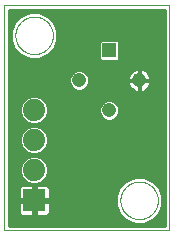
<source format=gbl>
G75*
%MOIN*%
%OFA0B0*%
%FSLAX25Y25*%
%IPPOS*%
%LPD*%
%AMOC8*
5,1,8,0,0,1.08239X$1,22.5*
%
%ADD10C,0.00000*%
%ADD11R,0.07400X0.07400*%
%ADD12C,0.07400*%
%ADD13C,0.04756*%
%ADD14R,0.04756X0.04756*%
%ADD15C,0.01000*%
D10*
X0016575Y0001500D02*
X0016575Y0076500D01*
X0071575Y0076500D01*
X0071575Y0001500D01*
X0016575Y0001500D01*
X0055325Y0011500D02*
X0055327Y0011658D01*
X0055333Y0011815D01*
X0055343Y0011973D01*
X0055357Y0012130D01*
X0055375Y0012286D01*
X0055396Y0012443D01*
X0055422Y0012598D01*
X0055452Y0012753D01*
X0055485Y0012907D01*
X0055523Y0013060D01*
X0055564Y0013213D01*
X0055609Y0013364D01*
X0055658Y0013514D01*
X0055711Y0013662D01*
X0055767Y0013810D01*
X0055828Y0013955D01*
X0055891Y0014100D01*
X0055959Y0014242D01*
X0056030Y0014383D01*
X0056104Y0014522D01*
X0056182Y0014659D01*
X0056264Y0014794D01*
X0056348Y0014927D01*
X0056437Y0015058D01*
X0056528Y0015186D01*
X0056623Y0015313D01*
X0056720Y0015436D01*
X0056821Y0015558D01*
X0056925Y0015676D01*
X0057032Y0015792D01*
X0057142Y0015905D01*
X0057254Y0016016D01*
X0057370Y0016123D01*
X0057488Y0016228D01*
X0057608Y0016330D01*
X0057731Y0016428D01*
X0057857Y0016524D01*
X0057985Y0016616D01*
X0058115Y0016705D01*
X0058247Y0016791D01*
X0058382Y0016873D01*
X0058519Y0016952D01*
X0058657Y0017027D01*
X0058797Y0017099D01*
X0058940Y0017167D01*
X0059083Y0017232D01*
X0059229Y0017293D01*
X0059376Y0017350D01*
X0059524Y0017404D01*
X0059674Y0017454D01*
X0059824Y0017500D01*
X0059976Y0017542D01*
X0060129Y0017581D01*
X0060283Y0017615D01*
X0060438Y0017646D01*
X0060593Y0017672D01*
X0060749Y0017695D01*
X0060906Y0017714D01*
X0061063Y0017729D01*
X0061220Y0017740D01*
X0061378Y0017747D01*
X0061536Y0017750D01*
X0061693Y0017749D01*
X0061851Y0017744D01*
X0062008Y0017735D01*
X0062166Y0017722D01*
X0062322Y0017705D01*
X0062479Y0017684D01*
X0062634Y0017660D01*
X0062789Y0017631D01*
X0062944Y0017598D01*
X0063097Y0017562D01*
X0063250Y0017521D01*
X0063401Y0017477D01*
X0063551Y0017429D01*
X0063700Y0017378D01*
X0063848Y0017322D01*
X0063994Y0017263D01*
X0064139Y0017200D01*
X0064282Y0017133D01*
X0064423Y0017063D01*
X0064562Y0016990D01*
X0064700Y0016913D01*
X0064836Y0016832D01*
X0064969Y0016748D01*
X0065100Y0016661D01*
X0065229Y0016570D01*
X0065356Y0016476D01*
X0065481Y0016379D01*
X0065602Y0016279D01*
X0065722Y0016176D01*
X0065838Y0016070D01*
X0065952Y0015961D01*
X0066064Y0015849D01*
X0066172Y0015735D01*
X0066277Y0015617D01*
X0066380Y0015497D01*
X0066479Y0015375D01*
X0066575Y0015250D01*
X0066668Y0015122D01*
X0066758Y0014993D01*
X0066844Y0014861D01*
X0066928Y0014727D01*
X0067007Y0014591D01*
X0067084Y0014453D01*
X0067156Y0014313D01*
X0067225Y0014171D01*
X0067291Y0014028D01*
X0067353Y0013883D01*
X0067411Y0013736D01*
X0067466Y0013588D01*
X0067517Y0013439D01*
X0067564Y0013288D01*
X0067607Y0013137D01*
X0067646Y0012984D01*
X0067682Y0012830D01*
X0067713Y0012676D01*
X0067741Y0012521D01*
X0067765Y0012365D01*
X0067785Y0012208D01*
X0067801Y0012051D01*
X0067813Y0011894D01*
X0067821Y0011737D01*
X0067825Y0011579D01*
X0067825Y0011421D01*
X0067821Y0011263D01*
X0067813Y0011106D01*
X0067801Y0010949D01*
X0067785Y0010792D01*
X0067765Y0010635D01*
X0067741Y0010479D01*
X0067713Y0010324D01*
X0067682Y0010170D01*
X0067646Y0010016D01*
X0067607Y0009863D01*
X0067564Y0009712D01*
X0067517Y0009561D01*
X0067466Y0009412D01*
X0067411Y0009264D01*
X0067353Y0009117D01*
X0067291Y0008972D01*
X0067225Y0008829D01*
X0067156Y0008687D01*
X0067084Y0008547D01*
X0067007Y0008409D01*
X0066928Y0008273D01*
X0066844Y0008139D01*
X0066758Y0008007D01*
X0066668Y0007878D01*
X0066575Y0007750D01*
X0066479Y0007625D01*
X0066380Y0007503D01*
X0066277Y0007383D01*
X0066172Y0007265D01*
X0066064Y0007151D01*
X0065952Y0007039D01*
X0065838Y0006930D01*
X0065722Y0006824D01*
X0065602Y0006721D01*
X0065481Y0006621D01*
X0065356Y0006524D01*
X0065229Y0006430D01*
X0065100Y0006339D01*
X0064969Y0006252D01*
X0064836Y0006168D01*
X0064700Y0006087D01*
X0064562Y0006010D01*
X0064423Y0005937D01*
X0064282Y0005867D01*
X0064139Y0005800D01*
X0063994Y0005737D01*
X0063848Y0005678D01*
X0063700Y0005622D01*
X0063551Y0005571D01*
X0063401Y0005523D01*
X0063250Y0005479D01*
X0063097Y0005438D01*
X0062944Y0005402D01*
X0062789Y0005369D01*
X0062634Y0005340D01*
X0062479Y0005316D01*
X0062322Y0005295D01*
X0062166Y0005278D01*
X0062008Y0005265D01*
X0061851Y0005256D01*
X0061693Y0005251D01*
X0061536Y0005250D01*
X0061378Y0005253D01*
X0061220Y0005260D01*
X0061063Y0005271D01*
X0060906Y0005286D01*
X0060749Y0005305D01*
X0060593Y0005328D01*
X0060438Y0005354D01*
X0060283Y0005385D01*
X0060129Y0005419D01*
X0059976Y0005458D01*
X0059824Y0005500D01*
X0059674Y0005546D01*
X0059524Y0005596D01*
X0059376Y0005650D01*
X0059229Y0005707D01*
X0059083Y0005768D01*
X0058940Y0005833D01*
X0058797Y0005901D01*
X0058657Y0005973D01*
X0058519Y0006048D01*
X0058382Y0006127D01*
X0058247Y0006209D01*
X0058115Y0006295D01*
X0057985Y0006384D01*
X0057857Y0006476D01*
X0057731Y0006572D01*
X0057608Y0006670D01*
X0057488Y0006772D01*
X0057370Y0006877D01*
X0057254Y0006984D01*
X0057142Y0007095D01*
X0057032Y0007208D01*
X0056925Y0007324D01*
X0056821Y0007442D01*
X0056720Y0007564D01*
X0056623Y0007687D01*
X0056528Y0007814D01*
X0056437Y0007942D01*
X0056348Y0008073D01*
X0056264Y0008206D01*
X0056182Y0008341D01*
X0056104Y0008478D01*
X0056030Y0008617D01*
X0055959Y0008758D01*
X0055891Y0008900D01*
X0055828Y0009045D01*
X0055767Y0009190D01*
X0055711Y0009338D01*
X0055658Y0009486D01*
X0055609Y0009636D01*
X0055564Y0009787D01*
X0055523Y0009940D01*
X0055485Y0010093D01*
X0055452Y0010247D01*
X0055422Y0010402D01*
X0055396Y0010557D01*
X0055375Y0010714D01*
X0055357Y0010870D01*
X0055343Y0011027D01*
X0055333Y0011185D01*
X0055327Y0011342D01*
X0055325Y0011500D01*
X0020325Y0066500D02*
X0020327Y0066658D01*
X0020333Y0066815D01*
X0020343Y0066973D01*
X0020357Y0067130D01*
X0020375Y0067286D01*
X0020396Y0067443D01*
X0020422Y0067598D01*
X0020452Y0067753D01*
X0020485Y0067907D01*
X0020523Y0068060D01*
X0020564Y0068213D01*
X0020609Y0068364D01*
X0020658Y0068514D01*
X0020711Y0068662D01*
X0020767Y0068810D01*
X0020828Y0068955D01*
X0020891Y0069100D01*
X0020959Y0069242D01*
X0021030Y0069383D01*
X0021104Y0069522D01*
X0021182Y0069659D01*
X0021264Y0069794D01*
X0021348Y0069927D01*
X0021437Y0070058D01*
X0021528Y0070186D01*
X0021623Y0070313D01*
X0021720Y0070436D01*
X0021821Y0070558D01*
X0021925Y0070676D01*
X0022032Y0070792D01*
X0022142Y0070905D01*
X0022254Y0071016D01*
X0022370Y0071123D01*
X0022488Y0071228D01*
X0022608Y0071330D01*
X0022731Y0071428D01*
X0022857Y0071524D01*
X0022985Y0071616D01*
X0023115Y0071705D01*
X0023247Y0071791D01*
X0023382Y0071873D01*
X0023519Y0071952D01*
X0023657Y0072027D01*
X0023797Y0072099D01*
X0023940Y0072167D01*
X0024083Y0072232D01*
X0024229Y0072293D01*
X0024376Y0072350D01*
X0024524Y0072404D01*
X0024674Y0072454D01*
X0024824Y0072500D01*
X0024976Y0072542D01*
X0025129Y0072581D01*
X0025283Y0072615D01*
X0025438Y0072646D01*
X0025593Y0072672D01*
X0025749Y0072695D01*
X0025906Y0072714D01*
X0026063Y0072729D01*
X0026220Y0072740D01*
X0026378Y0072747D01*
X0026536Y0072750D01*
X0026693Y0072749D01*
X0026851Y0072744D01*
X0027008Y0072735D01*
X0027166Y0072722D01*
X0027322Y0072705D01*
X0027479Y0072684D01*
X0027634Y0072660D01*
X0027789Y0072631D01*
X0027944Y0072598D01*
X0028097Y0072562D01*
X0028250Y0072521D01*
X0028401Y0072477D01*
X0028551Y0072429D01*
X0028700Y0072378D01*
X0028848Y0072322D01*
X0028994Y0072263D01*
X0029139Y0072200D01*
X0029282Y0072133D01*
X0029423Y0072063D01*
X0029562Y0071990D01*
X0029700Y0071913D01*
X0029836Y0071832D01*
X0029969Y0071748D01*
X0030100Y0071661D01*
X0030229Y0071570D01*
X0030356Y0071476D01*
X0030481Y0071379D01*
X0030602Y0071279D01*
X0030722Y0071176D01*
X0030838Y0071070D01*
X0030952Y0070961D01*
X0031064Y0070849D01*
X0031172Y0070735D01*
X0031277Y0070617D01*
X0031380Y0070497D01*
X0031479Y0070375D01*
X0031575Y0070250D01*
X0031668Y0070122D01*
X0031758Y0069993D01*
X0031844Y0069861D01*
X0031928Y0069727D01*
X0032007Y0069591D01*
X0032084Y0069453D01*
X0032156Y0069313D01*
X0032225Y0069171D01*
X0032291Y0069028D01*
X0032353Y0068883D01*
X0032411Y0068736D01*
X0032466Y0068588D01*
X0032517Y0068439D01*
X0032564Y0068288D01*
X0032607Y0068137D01*
X0032646Y0067984D01*
X0032682Y0067830D01*
X0032713Y0067676D01*
X0032741Y0067521D01*
X0032765Y0067365D01*
X0032785Y0067208D01*
X0032801Y0067051D01*
X0032813Y0066894D01*
X0032821Y0066737D01*
X0032825Y0066579D01*
X0032825Y0066421D01*
X0032821Y0066263D01*
X0032813Y0066106D01*
X0032801Y0065949D01*
X0032785Y0065792D01*
X0032765Y0065635D01*
X0032741Y0065479D01*
X0032713Y0065324D01*
X0032682Y0065170D01*
X0032646Y0065016D01*
X0032607Y0064863D01*
X0032564Y0064712D01*
X0032517Y0064561D01*
X0032466Y0064412D01*
X0032411Y0064264D01*
X0032353Y0064117D01*
X0032291Y0063972D01*
X0032225Y0063829D01*
X0032156Y0063687D01*
X0032084Y0063547D01*
X0032007Y0063409D01*
X0031928Y0063273D01*
X0031844Y0063139D01*
X0031758Y0063007D01*
X0031668Y0062878D01*
X0031575Y0062750D01*
X0031479Y0062625D01*
X0031380Y0062503D01*
X0031277Y0062383D01*
X0031172Y0062265D01*
X0031064Y0062151D01*
X0030952Y0062039D01*
X0030838Y0061930D01*
X0030722Y0061824D01*
X0030602Y0061721D01*
X0030481Y0061621D01*
X0030356Y0061524D01*
X0030229Y0061430D01*
X0030100Y0061339D01*
X0029969Y0061252D01*
X0029836Y0061168D01*
X0029700Y0061087D01*
X0029562Y0061010D01*
X0029423Y0060937D01*
X0029282Y0060867D01*
X0029139Y0060800D01*
X0028994Y0060737D01*
X0028848Y0060678D01*
X0028700Y0060622D01*
X0028551Y0060571D01*
X0028401Y0060523D01*
X0028250Y0060479D01*
X0028097Y0060438D01*
X0027944Y0060402D01*
X0027789Y0060369D01*
X0027634Y0060340D01*
X0027479Y0060316D01*
X0027322Y0060295D01*
X0027166Y0060278D01*
X0027008Y0060265D01*
X0026851Y0060256D01*
X0026693Y0060251D01*
X0026536Y0060250D01*
X0026378Y0060253D01*
X0026220Y0060260D01*
X0026063Y0060271D01*
X0025906Y0060286D01*
X0025749Y0060305D01*
X0025593Y0060328D01*
X0025438Y0060354D01*
X0025283Y0060385D01*
X0025129Y0060419D01*
X0024976Y0060458D01*
X0024824Y0060500D01*
X0024674Y0060546D01*
X0024524Y0060596D01*
X0024376Y0060650D01*
X0024229Y0060707D01*
X0024083Y0060768D01*
X0023940Y0060833D01*
X0023797Y0060901D01*
X0023657Y0060973D01*
X0023519Y0061048D01*
X0023382Y0061127D01*
X0023247Y0061209D01*
X0023115Y0061295D01*
X0022985Y0061384D01*
X0022857Y0061476D01*
X0022731Y0061572D01*
X0022608Y0061670D01*
X0022488Y0061772D01*
X0022370Y0061877D01*
X0022254Y0061984D01*
X0022142Y0062095D01*
X0022032Y0062208D01*
X0021925Y0062324D01*
X0021821Y0062442D01*
X0021720Y0062564D01*
X0021623Y0062687D01*
X0021528Y0062814D01*
X0021437Y0062942D01*
X0021348Y0063073D01*
X0021264Y0063206D01*
X0021182Y0063341D01*
X0021104Y0063478D01*
X0021030Y0063617D01*
X0020959Y0063758D01*
X0020891Y0063900D01*
X0020828Y0064045D01*
X0020767Y0064190D01*
X0020711Y0064338D01*
X0020658Y0064486D01*
X0020609Y0064636D01*
X0020564Y0064787D01*
X0020523Y0064940D01*
X0020485Y0065093D01*
X0020452Y0065247D01*
X0020422Y0065402D01*
X0020396Y0065557D01*
X0020375Y0065714D01*
X0020357Y0065870D01*
X0020343Y0066027D01*
X0020333Y0066185D01*
X0020327Y0066342D01*
X0020325Y0066500D01*
D11*
X0026575Y0011500D03*
D12*
X0026575Y0021500D03*
X0026575Y0031500D03*
X0026575Y0041500D03*
D13*
X0041575Y0051500D03*
X0051575Y0041500D03*
X0061575Y0051500D03*
D14*
X0051575Y0061500D03*
D15*
X0054660Y0058415D02*
X0070075Y0058415D01*
X0070075Y0057417D02*
X0018075Y0057417D01*
X0018075Y0058415D02*
X0048489Y0058415D01*
X0048197Y0058708D02*
X0048782Y0058122D01*
X0054367Y0058122D01*
X0054952Y0058708D01*
X0054952Y0064292D01*
X0054367Y0064878D01*
X0048782Y0064878D01*
X0048197Y0064292D01*
X0048197Y0058708D01*
X0048197Y0059414D02*
X0029718Y0059414D01*
X0030965Y0059930D02*
X0033145Y0062110D01*
X0034325Y0064958D01*
X0034325Y0068042D01*
X0033145Y0070890D01*
X0030965Y0073070D01*
X0028116Y0074250D01*
X0025033Y0074250D01*
X0022184Y0073070D01*
X0020004Y0070890D01*
X0018825Y0068042D01*
X0018825Y0064958D01*
X0020004Y0062110D01*
X0022184Y0059930D01*
X0025033Y0058750D01*
X0028116Y0058750D01*
X0030965Y0059930D01*
X0031447Y0060412D02*
X0048197Y0060412D01*
X0048197Y0061411D02*
X0032445Y0061411D01*
X0033269Y0062409D02*
X0048197Y0062409D01*
X0048197Y0063408D02*
X0033682Y0063408D01*
X0034096Y0064406D02*
X0048311Y0064406D01*
X0054838Y0064406D02*
X0070075Y0064406D01*
X0070075Y0063408D02*
X0054952Y0063408D01*
X0054952Y0062409D02*
X0070075Y0062409D01*
X0070075Y0061411D02*
X0054952Y0061411D01*
X0054952Y0060412D02*
X0070075Y0060412D01*
X0070075Y0059414D02*
X0054952Y0059414D01*
X0059102Y0054512D02*
X0058562Y0053972D01*
X0058138Y0053337D01*
X0057846Y0052631D01*
X0057697Y0051882D01*
X0057697Y0051689D01*
X0061385Y0051689D01*
X0061385Y0051311D01*
X0057697Y0051311D01*
X0057697Y0051118D01*
X0057846Y0050369D01*
X0058138Y0049663D01*
X0058562Y0049028D01*
X0059102Y0048488D01*
X0059738Y0048063D01*
X0060443Y0047771D01*
X0061193Y0047622D01*
X0061386Y0047622D01*
X0061386Y0051311D01*
X0061763Y0051311D01*
X0061763Y0047622D01*
X0061956Y0047622D01*
X0062706Y0047771D01*
X0063411Y0048063D01*
X0064047Y0048488D01*
X0064587Y0049028D01*
X0065011Y0049663D01*
X0065303Y0050369D01*
X0065452Y0051118D01*
X0065452Y0051311D01*
X0061764Y0051311D01*
X0061764Y0051689D01*
X0065452Y0051689D01*
X0065452Y0051882D01*
X0065303Y0052631D01*
X0065011Y0053337D01*
X0064587Y0053972D01*
X0064047Y0054512D01*
X0063411Y0054937D01*
X0062706Y0055229D01*
X0061956Y0055378D01*
X0061763Y0055378D01*
X0061763Y0051689D01*
X0061386Y0051689D01*
X0061386Y0055378D01*
X0061193Y0055378D01*
X0060443Y0055229D01*
X0059738Y0054937D01*
X0059102Y0054512D01*
X0059011Y0054421D02*
X0043349Y0054421D01*
X0043488Y0054364D02*
X0042246Y0054878D01*
X0040903Y0054878D01*
X0039661Y0054364D01*
X0038711Y0053413D01*
X0038197Y0052172D01*
X0038197Y0050828D01*
X0038711Y0049587D01*
X0039661Y0048636D01*
X0040903Y0048122D01*
X0042246Y0048122D01*
X0043488Y0048636D01*
X0044438Y0049587D01*
X0044952Y0050828D01*
X0044952Y0052172D01*
X0044438Y0053413D01*
X0043488Y0054364D01*
X0044429Y0053423D02*
X0058195Y0053423D01*
X0057804Y0052424D02*
X0044848Y0052424D01*
X0044952Y0051426D02*
X0061385Y0051426D01*
X0061764Y0051426D02*
X0070075Y0051426D01*
X0070075Y0052424D02*
X0065345Y0052424D01*
X0064954Y0053423D02*
X0070075Y0053423D01*
X0070075Y0054421D02*
X0064138Y0054421D01*
X0061763Y0054421D02*
X0061386Y0054421D01*
X0061386Y0053423D02*
X0061763Y0053423D01*
X0061763Y0052424D02*
X0061386Y0052424D01*
X0061386Y0050427D02*
X0061763Y0050427D01*
X0061763Y0049429D02*
X0061386Y0049429D01*
X0061386Y0048430D02*
X0061763Y0048430D01*
X0063960Y0048430D02*
X0070075Y0048430D01*
X0070075Y0047432D02*
X0018075Y0047432D01*
X0018075Y0048430D02*
X0040159Y0048430D01*
X0038869Y0049429D02*
X0018075Y0049429D01*
X0018075Y0050427D02*
X0038363Y0050427D01*
X0038197Y0051426D02*
X0018075Y0051426D01*
X0018075Y0052424D02*
X0038301Y0052424D01*
X0038720Y0053423D02*
X0018075Y0053423D01*
X0018075Y0054421D02*
X0039800Y0054421D01*
X0044786Y0050427D02*
X0057834Y0050427D01*
X0058295Y0049429D02*
X0044280Y0049429D01*
X0042990Y0048430D02*
X0059189Y0048430D01*
X0054414Y0043437D02*
X0070075Y0043437D01*
X0070075Y0042439D02*
X0054842Y0042439D01*
X0054952Y0042172D02*
X0054438Y0043413D01*
X0053488Y0044364D01*
X0052246Y0044878D01*
X0050903Y0044878D01*
X0049661Y0044364D01*
X0048711Y0043413D01*
X0048197Y0042172D01*
X0048197Y0040828D01*
X0048711Y0039587D01*
X0049661Y0038636D01*
X0050903Y0038122D01*
X0052246Y0038122D01*
X0053488Y0038636D01*
X0054438Y0039587D01*
X0054952Y0040828D01*
X0054952Y0042172D01*
X0054952Y0041440D02*
X0070075Y0041440D01*
X0070075Y0040442D02*
X0054793Y0040442D01*
X0054295Y0039443D02*
X0070075Y0039443D01*
X0070075Y0038445D02*
X0053026Y0038445D01*
X0050123Y0038445D02*
X0030166Y0038445D01*
X0030559Y0038838D02*
X0029237Y0037516D01*
X0027509Y0036800D01*
X0025640Y0036800D01*
X0023912Y0037516D01*
X0022590Y0038838D01*
X0021875Y0040565D01*
X0021875Y0042435D01*
X0022590Y0044162D01*
X0023912Y0045484D01*
X0025640Y0046200D01*
X0027509Y0046200D01*
X0029237Y0045484D01*
X0030559Y0044162D01*
X0031275Y0042435D01*
X0031275Y0040565D01*
X0030559Y0038838D01*
X0030810Y0039443D02*
X0048854Y0039443D01*
X0048357Y0040442D02*
X0031223Y0040442D01*
X0031275Y0041440D02*
X0048197Y0041440D01*
X0048307Y0042439D02*
X0031273Y0042439D01*
X0030859Y0043437D02*
X0048735Y0043437D01*
X0049836Y0044436D02*
X0030285Y0044436D01*
X0029287Y0045434D02*
X0070075Y0045434D01*
X0070075Y0044436D02*
X0053313Y0044436D01*
X0064854Y0049429D02*
X0070075Y0049429D01*
X0070075Y0050427D02*
X0065315Y0050427D01*
X0070075Y0046433D02*
X0018075Y0046433D01*
X0018075Y0045434D02*
X0023862Y0045434D01*
X0022864Y0044436D02*
X0018075Y0044436D01*
X0018075Y0043437D02*
X0022290Y0043437D01*
X0021876Y0042439D02*
X0018075Y0042439D01*
X0018075Y0041440D02*
X0021875Y0041440D01*
X0021926Y0040442D02*
X0018075Y0040442D01*
X0018075Y0039443D02*
X0022339Y0039443D01*
X0022983Y0038445D02*
X0018075Y0038445D01*
X0018075Y0037446D02*
X0024079Y0037446D01*
X0023912Y0035484D02*
X0022590Y0034162D01*
X0021875Y0032435D01*
X0021875Y0030565D01*
X0022590Y0028838D01*
X0023912Y0027516D01*
X0025640Y0026800D01*
X0027509Y0026800D01*
X0029237Y0027516D01*
X0030559Y0028838D01*
X0031275Y0030565D01*
X0031275Y0032435D01*
X0030559Y0034162D01*
X0029237Y0035484D01*
X0027509Y0036200D01*
X0025640Y0036200D01*
X0023912Y0035484D01*
X0023877Y0035449D02*
X0018075Y0035449D01*
X0018075Y0034451D02*
X0022879Y0034451D01*
X0022296Y0033452D02*
X0018075Y0033452D01*
X0018075Y0032454D02*
X0021882Y0032454D01*
X0021875Y0031455D02*
X0018075Y0031455D01*
X0018075Y0030457D02*
X0021919Y0030457D01*
X0022333Y0029458D02*
X0018075Y0029458D01*
X0018075Y0028460D02*
X0022968Y0028460D01*
X0024043Y0027461D02*
X0018075Y0027461D01*
X0018075Y0026463D02*
X0070075Y0026463D01*
X0070075Y0027461D02*
X0029106Y0027461D01*
X0030181Y0028460D02*
X0070075Y0028460D01*
X0070075Y0029458D02*
X0030816Y0029458D01*
X0031230Y0030457D02*
X0070075Y0030457D01*
X0070075Y0031455D02*
X0031275Y0031455D01*
X0031267Y0032454D02*
X0070075Y0032454D01*
X0070075Y0033452D02*
X0030853Y0033452D01*
X0030270Y0034451D02*
X0070075Y0034451D01*
X0070075Y0035449D02*
X0029272Y0035449D01*
X0029070Y0037446D02*
X0070075Y0037446D01*
X0070075Y0036448D02*
X0018075Y0036448D01*
X0023912Y0025484D02*
X0025640Y0026200D01*
X0027509Y0026200D01*
X0029237Y0025484D01*
X0030559Y0024162D01*
X0031275Y0022435D01*
X0031275Y0020565D01*
X0030559Y0018838D01*
X0029237Y0017516D01*
X0027509Y0016800D01*
X0025640Y0016800D01*
X0023912Y0017516D01*
X0022590Y0018838D01*
X0021875Y0020565D01*
X0021875Y0022435D01*
X0022590Y0024162D01*
X0023912Y0025484D01*
X0023892Y0025464D02*
X0018075Y0025464D01*
X0018075Y0024466D02*
X0022893Y0024466D01*
X0022302Y0023467D02*
X0018075Y0023467D01*
X0018075Y0022469D02*
X0021889Y0022469D01*
X0021875Y0021470D02*
X0018075Y0021470D01*
X0018075Y0020472D02*
X0021913Y0020472D01*
X0022327Y0019473D02*
X0018075Y0019473D01*
X0018075Y0018475D02*
X0022953Y0018475D01*
X0024007Y0017476D02*
X0018075Y0017476D01*
X0018075Y0016478D02*
X0022088Y0016478D01*
X0021953Y0016400D02*
X0021674Y0016121D01*
X0021477Y0015779D01*
X0021375Y0015397D01*
X0021375Y0012000D01*
X0026074Y0012000D01*
X0026074Y0011000D01*
X0021375Y0011000D01*
X0021375Y0007603D01*
X0021477Y0007221D01*
X0021674Y0006879D01*
X0021953Y0006600D01*
X0022296Y0006402D01*
X0022677Y0006300D01*
X0026075Y0006300D01*
X0026075Y0011000D01*
X0027074Y0011000D01*
X0027074Y0006300D01*
X0030472Y0006300D01*
X0030853Y0006402D01*
X0031196Y0006600D01*
X0031475Y0006879D01*
X0031672Y0007221D01*
X0031775Y0007603D01*
X0031774Y0011000D01*
X0027075Y0011000D01*
X0027075Y0012000D01*
X0031775Y0012000D01*
X0031775Y0015397D01*
X0031672Y0015779D01*
X0031475Y0016121D01*
X0031196Y0016400D01*
X0030853Y0016598D01*
X0030472Y0016700D01*
X0027074Y0016700D01*
X0027074Y0012000D01*
X0026075Y0012000D01*
X0026075Y0016700D01*
X0022677Y0016700D01*
X0022296Y0016598D01*
X0021953Y0016400D01*
X0021396Y0015479D02*
X0018075Y0015479D01*
X0018075Y0014481D02*
X0021375Y0014481D01*
X0021375Y0013482D02*
X0018075Y0013482D01*
X0018075Y0012484D02*
X0021375Y0012484D01*
X0021375Y0010487D02*
X0018075Y0010487D01*
X0018075Y0011485D02*
X0026074Y0011485D01*
X0026075Y0010487D02*
X0027074Y0010487D01*
X0027075Y0011485D02*
X0053825Y0011485D01*
X0053825Y0010487D02*
X0031775Y0010487D01*
X0031775Y0009488D02*
X0054019Y0009488D01*
X0053825Y0009958D02*
X0055004Y0007110D01*
X0057184Y0004930D01*
X0060033Y0003750D01*
X0063116Y0003750D01*
X0065965Y0004930D01*
X0068145Y0007110D01*
X0069325Y0009958D01*
X0069325Y0013042D01*
X0068145Y0015890D01*
X0065965Y0018070D01*
X0063116Y0019250D01*
X0060033Y0019250D01*
X0057184Y0018070D01*
X0055004Y0015890D01*
X0053825Y0013042D01*
X0053825Y0009958D01*
X0054433Y0008490D02*
X0031775Y0008490D01*
X0031745Y0007491D02*
X0054847Y0007491D01*
X0055622Y0006493D02*
X0031010Y0006493D01*
X0027074Y0006493D02*
X0026075Y0006493D01*
X0026075Y0007491D02*
X0027074Y0007491D01*
X0027074Y0008490D02*
X0026075Y0008490D01*
X0026075Y0009488D02*
X0027074Y0009488D01*
X0027074Y0012484D02*
X0026075Y0012484D01*
X0026075Y0013482D02*
X0027074Y0013482D01*
X0027074Y0014481D02*
X0026075Y0014481D01*
X0026075Y0015479D02*
X0027074Y0015479D01*
X0027074Y0016478D02*
X0026075Y0016478D01*
X0029142Y0017476D02*
X0056591Y0017476D01*
X0055592Y0016478D02*
X0031062Y0016478D01*
X0031753Y0015479D02*
X0054834Y0015479D01*
X0054421Y0014481D02*
X0031775Y0014481D01*
X0031775Y0013482D02*
X0054007Y0013482D01*
X0053825Y0012484D02*
X0031775Y0012484D01*
X0030196Y0018475D02*
X0058161Y0018475D01*
X0064988Y0018475D02*
X0070075Y0018475D01*
X0070075Y0019473D02*
X0030822Y0019473D01*
X0031236Y0020472D02*
X0070075Y0020472D01*
X0070075Y0021470D02*
X0031275Y0021470D01*
X0031260Y0022469D02*
X0070075Y0022469D01*
X0070075Y0023467D02*
X0030847Y0023467D01*
X0030256Y0024466D02*
X0070075Y0024466D01*
X0070075Y0025464D02*
X0029257Y0025464D01*
X0021375Y0009488D02*
X0018075Y0009488D01*
X0018075Y0008490D02*
X0021375Y0008490D01*
X0021404Y0007491D02*
X0018075Y0007491D01*
X0018075Y0006493D02*
X0022139Y0006493D01*
X0018075Y0005494D02*
X0056620Y0005494D01*
X0058233Y0004496D02*
X0018075Y0004496D01*
X0018075Y0003497D02*
X0070075Y0003497D01*
X0070075Y0003000D02*
X0070075Y0075000D01*
X0018075Y0075000D01*
X0018075Y0003000D01*
X0070075Y0003000D01*
X0070075Y0004496D02*
X0064916Y0004496D01*
X0066529Y0005494D02*
X0070075Y0005494D01*
X0070075Y0006493D02*
X0067527Y0006493D01*
X0068302Y0007491D02*
X0070075Y0007491D01*
X0070075Y0008490D02*
X0068716Y0008490D01*
X0069130Y0009488D02*
X0070075Y0009488D01*
X0070075Y0010487D02*
X0069325Y0010487D01*
X0069325Y0011485D02*
X0070075Y0011485D01*
X0070075Y0012484D02*
X0069325Y0012484D01*
X0069142Y0013482D02*
X0070075Y0013482D01*
X0070075Y0014481D02*
X0068728Y0014481D01*
X0068315Y0015479D02*
X0070075Y0015479D01*
X0070075Y0016478D02*
X0067557Y0016478D01*
X0066558Y0017476D02*
X0070075Y0017476D01*
X0070075Y0055420D02*
X0018075Y0055420D01*
X0018075Y0056418D02*
X0070075Y0056418D01*
X0070075Y0065405D02*
X0034325Y0065405D01*
X0034325Y0066403D02*
X0070075Y0066403D01*
X0070075Y0067402D02*
X0034325Y0067402D01*
X0034176Y0068400D02*
X0070075Y0068400D01*
X0070075Y0069399D02*
X0033762Y0069399D01*
X0033349Y0070397D02*
X0070075Y0070397D01*
X0070075Y0071396D02*
X0032639Y0071396D01*
X0031640Y0072394D02*
X0070075Y0072394D01*
X0070075Y0073393D02*
X0030185Y0073393D01*
X0022964Y0073393D02*
X0018075Y0073393D01*
X0018075Y0074391D02*
X0070075Y0074391D01*
X0023431Y0059414D02*
X0018075Y0059414D01*
X0018075Y0060412D02*
X0021702Y0060412D01*
X0020704Y0061411D02*
X0018075Y0061411D01*
X0018075Y0062409D02*
X0019880Y0062409D01*
X0019467Y0063408D02*
X0018075Y0063408D01*
X0018075Y0064406D02*
X0019053Y0064406D01*
X0018825Y0065405D02*
X0018075Y0065405D01*
X0018075Y0066403D02*
X0018825Y0066403D01*
X0018825Y0067402D02*
X0018075Y0067402D01*
X0018075Y0068400D02*
X0018973Y0068400D01*
X0019387Y0069399D02*
X0018075Y0069399D01*
X0018075Y0070397D02*
X0019800Y0070397D01*
X0020510Y0071396D02*
X0018075Y0071396D01*
X0018075Y0072394D02*
X0021509Y0072394D01*
M02*

</source>
